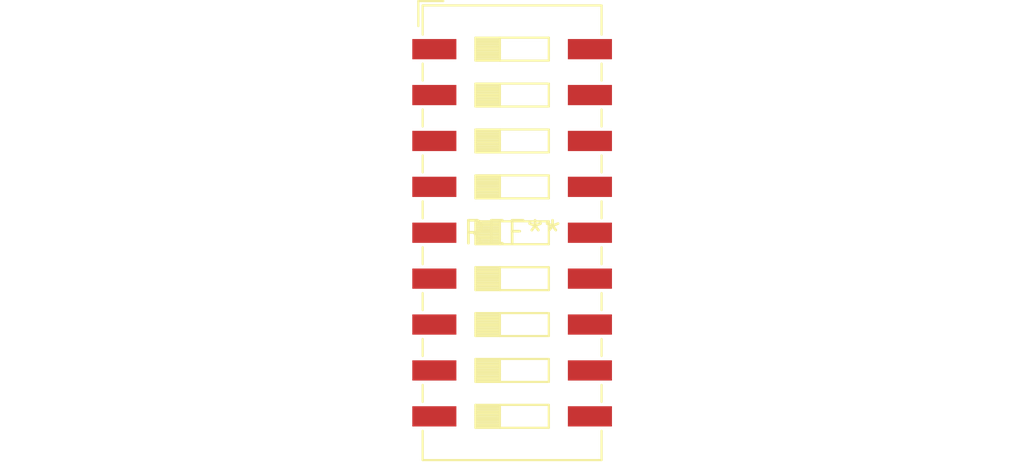
<source format=kicad_pcb>
(kicad_pcb (version 20240108) (generator pcbnew)
  (layers (0 "F.Cu" signal) (31 "B.Cu" signal) (34 "B.Paste" user) (35 "F.Paste" user) (36 "B.SilkS" user "B.Silkscreen") (37 "F.SilkS" user "F.Silkscreen") (38 "B.Mask" user) (39 "F.Mask" user) (44 "Edge.Cuts" user))
  (net 0 "")
  (footprint "SW_DIP_SPSTx09_Slide_9.78x25.04mm_W8.61mm_P2.54mm" (layer "F.Cu") (at 0 0)
    (property "Reference" "REF**")
    (property "Value" "SW_DIP_SPSTx09_Slide_9.78x25.04mm_W8.61mm_P2.54mm")
    (fp_line (start -5.19 -12.82) (end -5.19 -11.437) (layer "F.SilkS") (stroke (width 0.12)))
    (fp_line (start -5.19 -12.82) (end -3.806 -12.82) (layer "F.SilkS") (stroke (width 0.12)))
    (fp_line (start -4.95 -12.58) (end -4.95 -10.96) (layer "F.SilkS") (stroke (width 0.12)))
    (fp_line (start -4.95 -12.58) (end 4.95 -12.58) (layer "F.SilkS") (stroke (width 0.12)))
    (fp_line (start -4.95 -9.36) (end -4.95 -8.42) (layer "F.SilkS") (stroke (width 0.12)))
    (fp_line (start -4.95 -6.82) (end -4.95 -5.88) (layer "F.SilkS") (stroke (width 0.12)))
    (fp_line (start -4.95 -4.28) (end -4.95 -3.34) (layer "F.SilkS") (stroke (width 0.12)))
    (fp_line (start -4.95 -1.74) (end -4.95 -0.8) (layer "F.SilkS") (stroke (width 0.12)))
    (fp_line (start -4.95 0.8) (end -4.95 1.74) (layer "F.SilkS") (stroke (width 0.12)))
    (fp_line (start -4.95 3.34) (end -4.95 4.28) (layer "F.SilkS") (stroke (width 0.12)))
    (fp_line (start -4.95 5.88) (end -4.95 6.82) (layer "F.SilkS") (stroke (width 0.12)))
    (fp_line (start -4.95 8.42) (end -4.95 9.36) (layer "F.SilkS") (stroke (width 0.12)))
    (fp_line (start -4.95 10.96) (end -4.95 12.58) (layer "F.SilkS") (stroke (width 0.12)))
    (fp_line (start -4.95 12.58) (end 4.95 12.58) (layer "F.SilkS") (stroke (width 0.12)))
    (fp_line (start -2.03 -10.795) (end -2.03 -9.525) (layer "F.SilkS") (stroke (width 0.12)))
    (fp_line (start -2.03 -10.675) (end -0.676667 -10.675) (layer "F.SilkS") (stroke (width 0.12)))
    (fp_line (start -2.03 -10.555) (end -0.676667 -10.555) (layer "F.SilkS") (stroke (width 0.12)))
    (fp_line (start -2.03 -10.435) (end -0.676667 -10.435) (layer "F.SilkS") (stroke (width 0.12)))
    (fp_line (start -2.03 -10.315) (end -0.676667 -10.315) (layer "F.SilkS") (stroke (width 0.12)))
    (fp_line (start -2.03 -10.195) (end -0.676667 -10.195) (layer "F.SilkS") (stroke (width 0.12)))
    (fp_line (start -2.03 -10.075) (end -0.676667 -10.075) (layer "F.SilkS") (stroke (width 0.12)))
    (fp_line (start -2.03 -9.955) (end -0.676667 -9.955) (layer "F.SilkS") (stroke (width 0.12)))
    (fp_line (start -2.03 -9.835) (end -0.676667 -9.835) (layer "F.SilkS") (stroke (width 0.12)))
    (fp_line (start -2.03 -9.715) (end -0.676667 -9.715) (layer "F.SilkS") (stroke (width 0.12)))
    (fp_line (start -2.03 -9.595) (end -0.676667 -9.595) (layer "F.SilkS") (stroke (width 0.12)))
    (fp_line (start -2.03 -9.525) (end 2.03 -9.525) (layer "F.SilkS") (stroke (width 0.12)))
    (fp_line (start -2.03 -8.255) (end -2.03 -6.985) (layer "F.SilkS") (stroke (width 0.12)))
    (fp_line (start -2.03 -8.135) (end -0.676667 -8.135) (layer "F.SilkS") (stroke (width 0.12)))
    (fp_line (start -2.03 -8.015) (end -0.676667 -8.015) (layer "F.SilkS") (stroke (width 0.12)))
    (fp_line (start -2.03 -7.895) (end -0.676667 -7.895) (layer "F.SilkS") (stroke (width 0.12)))
    (fp_line (start -2.03 -7.775) (end -0.676667 -7.775) (layer "F.SilkS") (stroke (width 0.12)))
    (fp_line (start -2.03 -7.655) (end -0.676667 -7.655) (layer "F.SilkS") (stroke (width 0.12)))
    (fp_line (start -2.03 -7.535) (end -0.676667 -7.535) (layer "F.SilkS") (stroke (width 0.12)))
    (fp_line (start -2.03 -7.415) (end -0.676667 -7.415) (layer "F.SilkS") (stroke (width 0.12)))
    (fp_line (start -2.03 -7.295) (end -0.676667 -7.295) (layer "F.SilkS") (stroke (width 0.12)))
    (fp_line (start -2.03 -7.175) (end -0.676667 -7.175) (layer "F.SilkS") (stroke (width 0.12)))
    (fp_line (start -2.03 -7.055) (end -0.676667 -7.055) (layer "F.SilkS") (stroke (width 0.12)))
    (fp_line (start -2.03 -6.985) (end 2.03 -6.985) (layer "F.SilkS") (stroke (width 0.12)))
    (fp_line (start -2.03 -5.715) (end -2.03 -4.445) (layer "F.SilkS") (stroke (width 0.12)))
    (fp_line (start -2.03 -5.595) (end -0.676667 -5.595) (layer "F.SilkS") (stroke (width 0.12)))
    (fp_line (start -2.03 -5.475) (end -0.676667 -5.475) (layer "F.SilkS") (stroke (width 0.12)))
    (fp_line (start -2.03 -5.355) (end -0.676667 -5.355) (layer "F.SilkS") (stroke (width 0.12)))
    (fp_line (start -2.03 -5.235) (end -0.676667 -5.235) (layer "F.SilkS") (stroke (width 0.12)))
    (fp_line (start -2.03 -5.115) (end -0.676667 -5.115) (layer "F.SilkS") (stroke (width 0.12)))
    (fp_line (start -2.03 -4.995) (end -0.676667 -4.995) (layer "F.SilkS") (stroke (width 0.12)))
    (fp_line (start -2.03 -4.875) (end -0.676667 -4.875) (layer "F.SilkS") (stroke (width 0.12)))
    (fp_line (start -2.03 -4.755) (end -0.676667 -4.755) (layer "F.SilkS") (stroke (width 0.12)))
    (fp_line (start -2.03 -4.635) (end -0.676667 -4.635) (layer "F.SilkS") (stroke (width 0.12)))
    (fp_line (start -2.03 -4.515) (end -0.676667 -4.515) (layer "F.SilkS") (stroke (width 0.12)))
    (fp_line (start -2.03 -4.445) (end 2.03 -4.445) (layer "F.SilkS") (stroke (width 0.12)))
    (fp_line (start -2.03 -3.175) (end -2.03 -1.905) (layer "F.SilkS") (stroke (width 0.12)))
    (fp_line (start -2.03 -3.055) (end -0.676667 -3.055) (layer "F.SilkS") (stroke (width 0.12)))
    (fp_line (start -2.03 -2.935) (end -0.676667 -2.935) (layer "F.SilkS") (stroke (width 0.12)))
    (fp_line (start -2.03 -2.815) (end -0.676667 -2.815) (layer "F.SilkS") (stroke (width 0.12)))
    (fp_line (start -2.03 -2.695) (end -0.676667 -2.695) (layer "F.SilkS") (stroke (width 0.12)))
    (fp_line (start -2.03 -2.575) (end -0.676667 -2.575) (layer "F.SilkS") (stroke (width 0.12)))
    (fp_line (start -2.03 -2.455) (end -0.676667 -2.455) (layer "F.SilkS") (stroke (width 0.12)))
    (fp_line (start -2.03 -2.335) (end -0.676667 -2.335) (layer "F.SilkS") (stroke (width 0.12)))
    (fp_line (start -2.03 -2.215) (end -0.676667 -2.215) (layer "F.SilkS") (stroke (width 0.12)))
    (fp_line (start -2.03 -2.095) (end -0.676667 -2.095) (layer "F.SilkS") (stroke (width 0.12)))
    (fp_line (start -2.03 -1.975) (end -0.676667 -1.975) (layer "F.SilkS") (stroke (width 0.12)))
    (fp_line (start -2.03 -1.905) (end 2.03 -1.905) (layer "F.SilkS") (stroke (width 0.12)))
    (fp_line (start -2.03 -0.635) (end -2.03 0.635) (layer "F.SilkS") (stroke (width 0.12)))
    (fp_line (start -2.03 -0.515) (end -0.676667 -0.515) (layer "F.SilkS") (stroke (width 0.12)))
    (fp_line (start -2.03 -0.395) (end -0.676667 -0.395) (layer "F.SilkS") (stroke (width 0.12)))
    (fp_line (start -2.03 -0.275) (end -0.676667 -0.275) (layer "F.SilkS") (stroke (width 0.12)))
    (fp_line (start -2.03 -0.155) (end -0.676667 -0.155) (layer "F.SilkS") (stroke (width 0.12)))
    (fp_line (start -2.03 -0.035) (end -0.676667 -0.035) (layer "F.SilkS") (stroke (width 0.12)))
    (fp_line (start -2.03 0.085) (end -0.676667 0.085) (layer "F.SilkS") (stroke (width 0.12)))
    (fp_line (start -2.03 0.205) (end -0.676667 0.205) (layer "F.SilkS") (stroke (width 0.12)))
    (fp_line (start -2.03 0.325) (end -0.676667 0.325) (layer "F.SilkS") (stroke (width 0.12)))
    (fp_line (start -2.03 0.445) (end -0.676667 0.445) (layer "F.SilkS") (stroke (width 0.12)))
    (fp_line (start -2.03 0.565) (end -0.676667 0.565) (layer "F.SilkS") (stroke (width 0.12)))
    (fp_line (start -2.03 0.635) (end 2.03 0.635) (layer "F.SilkS") (stroke (width 0.12)))
    (fp_line (start -2.03 1.905) (end -2.03 3.175) (layer "F.SilkS") (stroke (width 0.12)))
    (fp_line (start -2.03 2.025) (end -0.676667 2.025) (layer "F.SilkS") (stroke (width 0.12)))
    (fp_line (start -2.03 2.145) (end -0.676667 2.145) (layer "F.SilkS") (stroke (width 0.12)))
    (fp_line (start -2.03 2.265) (end -0.676667 2.265) (layer "F.SilkS") (stroke (width 0.12)))
    (fp_line (start -2.03 2.385) (end -0.676667 2.385) (layer "F.SilkS") (stroke (width 0.12)))
    (fp_line (start -2.03 2.505) (end -0.676667 2.505) (layer "F.SilkS") (stroke (width 0.12)))
    (fp_line (start -2.03 2.625) (end -0.676667 2.625) (layer "F.SilkS") (stroke (width 0.12)))
    (fp_line (start -2.03 2.745) (end -0.676667 2.745) (layer "F.SilkS") (stroke (width 0.12)))
    (fp_line (start -2.03 2.865) (end -0.676667 2.865) (layer "F.SilkS") (stroke (width 0.12)))
    (fp_line (start -2.03 2.985) (end -0.676667 2.985) (layer "F.SilkS") (stroke (width 0.12)))
    (fp_line (start -2.03 3.105) (end -0.676667 3.105) (layer "F.SilkS") (stroke (width 0.12)))
    (fp_line (start -2.03 3.175) (end 2.03 3.175) (layer "F.SilkS") (stroke (width 0.12)))
    (fp_line (start -2.03 4.445) (end -2.03 5.715) (layer "F.SilkS") (stroke (width 0.12)))
    (fp_line (start -2.03 4.565) (end -0.676667 4.565) (layer "F.SilkS") (stroke (width 0.12)))
    (fp_line (start -2.03 4.685) (end -0.676667 4.685) (layer "F.SilkS") (stroke (width 0.12)))
    (fp_line (start -2.03 4.805) (end -0.676667 4.805) (layer "F.SilkS") (stroke (width 0.12)))
    (fp_line (start -2.03 4.925) (end -0.676667 4.925) (layer "F.SilkS") (stroke (width 0.12)))
    (fp_line (start -2.03 5.045) (end -0.676667 5.045) (layer "F.SilkS") (stroke (width 0.12)))
    (fp_line (start -2.03 5.165) (end -0.676667 5.165) (layer "F.SilkS") (stroke (width 0.12)))
    (fp_line (start -2.03 5.285) (end -0.676667 5.285) (layer "F.SilkS") (stroke (width 0.12)))
    (fp_line (start -2.03 5.405) (end -0.676667 5.405) (layer "F.SilkS") (stroke (width 0.12)))
    (fp_line (start -2.03 5.525) (end -0.676667 5.525) (layer "F.SilkS") (stroke (width 0.12)))
    (fp_line (start -2.03 5.645) (end -0.676667 5.645) (layer "F.SilkS") (stroke (width 0.12)))
    (fp_line (start -2.03 5.715) (end 2.03 5.715) (layer "F.SilkS") (stroke (width 0.12)))
    (fp_line (start -2.03 6.985) (end -2.03 8.255) (layer "F.SilkS") (stroke (width 0.12)))
    (fp_line (start -2.03 7.105) (end -0.676667 7.105) (layer "F.SilkS") (stroke (width 0.12)))
    (fp_line (start -2.03 7.225) (end -0.676667 7.225) (layer "F.SilkS") (stroke (width 0.12)))
    (fp_line (start -2.03 7.345) (end -0.676667 7.345) (layer "F.SilkS") (stroke (width 0.12)))
    (fp_line (start -2.03 7.465) (end -0.676667 7.465) (layer "F.SilkS") (stroke (width 0.12)))
    (fp_line (start -2.03 7.585) (end -0.676667 7.585) (layer "F.SilkS") (stroke (width 0.12)))
    (fp_line (start -2.03 7.705) (end -0.676667 7.705) (layer "F.SilkS") (stroke (width 0.12)))
    (fp_line (start -2.03 7.825) (end -0.676667 7.825) (layer "F.SilkS") (stroke (width 0.12)))
    (fp_line (start -2.03 7.945) (end -0.676667 7.945) (layer "F.SilkS") (stroke (width 0.12)))
    (fp_line (start -2.03 8.065) (end -0.676667 8.065) (layer "F.SilkS") (stroke (width 0.12)))
    (fp_line (start -2.03 8.185) (end -0.676667 8.185) (layer "F.SilkS") (stroke (width 0.12)))
    (fp_line (start -2.03 8.255) (end 2.03 8.255) (layer "F.SilkS") (stroke (width 0.12)))
    (fp_line (start -2.03 9.525) (end -2.03 10.795) (layer "F.SilkS") (stroke (width 0.12)))
    (fp_line (start -2.03 9.645) (end -0.676667 9.645) (layer "F.SilkS") (stroke (width 0.12)))
    (fp_line (start -2.03 9.765) (end -0.676667 9.765) (layer "F.SilkS") (stroke (width 0.12)))
    (fp_line (start -2.03 9.885) (end -0.676667 9.885) (layer "F.SilkS") (stroke (width 0.12)))
    (fp_line (start -2.03 10.005) (end -0.676667 10.005) (layer "F.SilkS") (stroke (width 0.12)))
    (fp_line (start -2.03 10.125) (end -0.676667 10.125) (layer "F.SilkS") (stroke (width 0.12)))
    (fp_line (start -2.03 10.245) (end -0.676667 10.245) (layer "F.SilkS") (stroke (width 0.12)))
    (fp_line (start -2.03 10.365) (end -0.676667 10.365) (layer "F.SilkS") (stroke (width 0.12)))
    (fp_line (start -2.03 10.485) (end -0.676667 10.485) (layer "F.SilkS") (stroke (width 0.12)))
    (fp_line (start -2.03 10.605) (end -0.676667 10.605) (layer "F.SilkS") (stroke (width 0.12)))
    (fp_line (start -2.03 10.725) (end -0.676667 10.725) (layer "F.SilkS") (stroke (width 0.12)))
    (fp_line (start -2.03 10.795) (end 2.03 10.795) (layer "F.SilkS") (stroke (width 0.12)))
    (fp_line (start -0.676667 -10.795) (end -0.676667 -9.525) (layer "F.SilkS") (stroke (width 0.12)))
    (fp_line (start -0.676667 -8.255) (end -0.676667 -6.985) (layer "F.SilkS") (stroke (width 0.12)))
    (fp_line (start -0.676667 -5.715) (end -0.676667 -4.445) (layer "F.SilkS") (stroke (width 0.12)))
    (fp_line (start -0.676667 -3.175) (end -0.676667 -1.905) (layer "F.SilkS") (stroke (width 0.12)))
    (fp_line (start -0.676667 -0.635) (end -0.676667 0.635) (layer "F.SilkS") (stroke (width 0.12)))
    (fp_line (start -0.676667 1.905) (end -0.676667 3.175) (layer "F.SilkS") (stroke (width 0.12)))
    (fp_line (start -0.676667 4.445) (end -0.676667 5.715) (layer "F.SilkS") (stroke (width 0.12)))
    (fp_line (start -0.676667 6.985) (end -0.676667 8.255) (layer "F.SilkS") (stroke (width 0.12)))
    (fp_line (start -0.676667 9.525) (end -0.676667 10.795) (layer "F.SilkS") (stroke (width 0.12)))
    (fp_line (start 2.03 -10.795) (end -2.03 -10.795) (layer "F.SilkS") (stroke (width 0.12)))
    (fp_line (start 2.03 -9.525) (end 2.03 -10.795) (layer "F.SilkS") (stroke (width 0.12)))
    (fp_line (start 2.03 -8.255) (end -2.03 -8.255) (layer "F.SilkS") (stroke (width 0.12)))
    (fp_line (start 2.03 -6.985) (end 2.03 -8.255) (layer "F.SilkS") (stroke (width 0.12)))
    (fp_line (start 2.03 -5.715) (end -2.03 -5.715) (layer "F.SilkS") (stroke (width 0.12)))
    (fp_line (start 2.03 -4.445) (end 2.03 -5.715) (layer "F.SilkS") (stroke (width 0.12)))
    (fp_line (start 2.03 -3.175) (end -2.03 -3.175) (layer "F.SilkS") (stroke (width 0.12)))
    (fp_line (start 2.03 -1.905) (end 2.03 -3.175) (layer "F.SilkS") (stroke (width 0.12)))
    (fp_line (start 2.03 -0.635) (end -2.03 -0.635) (layer "F.SilkS") (stroke (width 0.12)))
    (fp_line (start 2.03 0.635) (end 2.03 -0.635) (layer "F.SilkS") (stroke (width 0.12)))
    (fp_line (start 2.03 1.905) (end -2.03 1.905) (layer "F.SilkS") (stroke (width 0.12)))
    (fp_line (start 2.03 3.175) (end 2.03 1.905) (layer "F.SilkS") (stroke (width 0.12)))
    (fp_line (start 2.03 4.445) (end -2.03 4.445) (layer "F.SilkS") (stroke (width 0.12)))
    (fp_line (start 2.03 5.715) (end 2.03 4.445) (layer "F.SilkS") (stroke (width 0.12)))
    (fp_line (start 2.03 6.985) (end -2.03 6.985) (layer "F.SilkS") (stroke (width 0.12)))
    (fp_line (start 2.03 8.255) (end 2.03 6.985) (layer "F.SilkS") (stroke (width 0.12)))
    (fp_line (start 2.03 9.525) (end -2.03 9.525) (layer "F.SilkS") (stroke (width 0.12)))
    (fp_line (start 2.03 10.795) (end 2.03 9.525) (layer "F.SilkS") (stroke (width 0.12)))
    (fp_line (start 4.95 -12.58) (end 4.95 -10.96) (layer "F.SilkS") (stroke (width 0.12)))
    (fp_line (start 4.95 -9.359) (end 4.95 -8.419) (layer "F.SilkS") (stroke (width 0.12)))
    (fp_line (start 4.95 -6.819) (end 4.95 -5.879) (layer "F.SilkS") (stroke (width 0.12)))
    (fp_line (start 4.95 -4.279) (end 4.95 -3.339) (layer "F.SilkS") (stroke (width 0.12)))
    (fp_line (start 4.95 -1.739) (end 4.95 -0.799) (layer "F.SilkS") (stroke (width 0.12)))
    (fp_line (start 4.95 0.801) (end 4.95 1.741) (layer "F.SilkS") (stroke (width 0.12)))
    (fp_line (start 4.95 3.341) (end 4.95 4.281) (layer "F.SilkS") (stroke (width 0.12)))
    (fp_line (start 4.95 5.881) (end 4.95 6.82) (layer "F.SilkS") (stroke (width 0.12)))
    (fp_line (start 4.95 8.42) (end 4.95 9.36) (layer "F.SilkS") (stroke (width 0.12)))
    (fp_line (start 4.95 10.96) (end 4.95 12.58) (layer "F.SilkS") (stroke (width 0.12)))
    (pad "1" smd rect (at -4.305 -10.16) (size 2.44 1.12) (layers "F.Cu" "F.Paste" "F.Mask"))
    (pad "2" smd rect (at -4.305 -7.62) (size 2.44 1.12) (layers "F.Cu" "F.Paste" "F.Mask"))
    (pad "3" smd rect (at -4.305 -5.08) (size 2.44 1.12) (layers "F.Cu" "F.Paste" "F.Mask"))
    (pad "4" smd rect (at -4.305 -2.54) (size 2.44 1.12) (layers "F.Cu" "F.Paste" "F.Mask"))
    (pad "5" smd rect (at -4.305 0) (size 2.44 1.12) (layers "F.Cu" "F.Paste" "F.Mask"))
    (pad "6" smd rect (at -4.305 2.54) (size 2.44 1.12) (layers "F.Cu" "F.Paste" "F.Mask"))
    (pad "7" smd rect (at -4.305 5.08) (size 2.44 1.12) (layers "F.Cu" "F.Paste" "F.Mask"))
    (pad "8" smd rect (at -4.305 7.62) (size 2.44 1.12) (layers "F.Cu" "F.Paste" "F.Mask"))
    (pad "9" smd rect (at -4.305 10.16) (size 2.44 1.12) (layers "F.Cu" "F.Paste" "F.Mask"))
    (pad "10" smd rect (at 4.305 10.16) (size 2.44 1.12) (layers "F.Cu" "F.Paste" "F.Mask"))
    (pad "11" smd rect (at 4.305 7.62) (size 2.44 1.12) (layers "F.Cu" "F.Paste" "F.Mask"))
    (pad "12" smd rect (at 4.305 5.08) (size 2.44 1.12) (layers "F.Cu" "F.Paste" "F.Mask"))
    (pad "13" smd rect (at 4.305 2.54) (size 2.44 1.12) (layers "F.Cu" "F.Paste" "F.Mask"))
    (pad "14" smd rect (at 4.305 0) (size 2.44 1.12) (layers "F.Cu" "F.Paste" "F.Mask"))
    (pad "15" smd rect (at 4.305 -2.54) (size 2.44 1.12) (layers "F.Cu" "F.Paste" "F.Mask"))
    (pad "16" smd rect (at 4.305 -5.08) (size 2.44 1.12) (layers "F.Cu" "F.Paste" "F.Mask"))
    (pad "17" smd rect (at 4.305 -7.62) (size 2.44 1.12) (layers "F.Cu" "F.Paste" "F.Mask"))
    (pad "18" smd rect (at 4.305 -10.16) (size 2.44 1.12) (layers "F.Cu" "F.Paste" "F.Mask"))
  )
)
</source>
